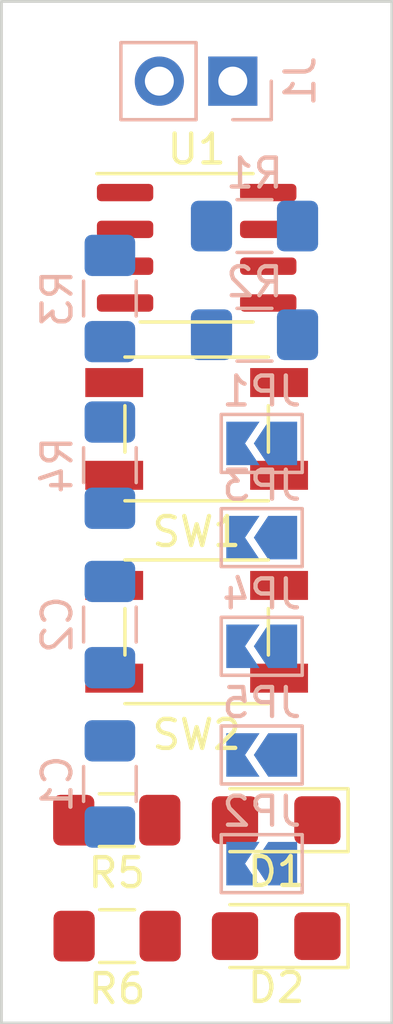
<source format=kicad_pcb>
(kicad_pcb (version 20171130) (host pcbnew "(5.1.6)-1")

  (general
    (thickness 1.6)
    (drawings 4)
    (tracks 0)
    (zones 0)
    (modules 19)
    (nets 14)
  )

  (page A4)
  (layers
    (0 F.Cu signal)
    (31 B.Cu signal hide)
    (32 B.Adhes user hide)
    (33 F.Adhes user hide)
    (34 B.Paste user hide)
    (35 F.Paste user)
    (36 B.SilkS user hide)
    (37 F.SilkS user)
    (38 B.Mask user hide)
    (39 F.Mask user)
    (40 Dwgs.User user hide)
    (41 Cmts.User user hide)
    (42 Eco1.User user hide)
    (43 Eco2.User user hide)
    (44 Edge.Cuts user)
    (45 Margin user hide)
    (46 B.CrtYd user hide)
    (47 F.CrtYd user)
    (48 B.Fab user hide)
    (49 F.Fab user)
  )

  (setup
    (last_trace_width 0.25)
    (trace_clearance 0.2)
    (zone_clearance 0.508)
    (zone_45_only no)
    (trace_min 0.2)
    (via_size 0.8)
    (via_drill 0.4)
    (via_min_size 0.4)
    (via_min_drill 0.3)
    (uvia_size 0.3)
    (uvia_drill 0.1)
    (uvias_allowed no)
    (uvia_min_size 0.2)
    (uvia_min_drill 0.1)
    (edge_width 0.05)
    (segment_width 0.2)
    (pcb_text_width 0.3)
    (pcb_text_size 1.5 1.5)
    (mod_edge_width 0.12)
    (mod_text_size 1 1)
    (mod_text_width 0.15)
    (pad_size 1.524 1.524)
    (pad_drill 0.762)
    (pad_to_mask_clearance 0.05)
    (aux_axis_origin 0 0)
    (visible_elements 7FFFFFFF)
    (pcbplotparams
      (layerselection 0x010fc_ffffffff)
      (usegerberextensions false)
      (usegerberattributes true)
      (usegerberadvancedattributes true)
      (creategerberjobfile true)
      (excludeedgelayer true)
      (linewidth 0.100000)
      (plotframeref false)
      (viasonmask false)
      (mode 1)
      (useauxorigin false)
      (hpglpennumber 1)
      (hpglpenspeed 20)
      (hpglpendiameter 15.000000)
      (psnegative false)
      (psa4output false)
      (plotreference true)
      (plotvalue true)
      (plotinvisibletext false)
      (padsonsilk false)
      (subtractmaskfromsilk false)
      (outputformat 1)
      (mirror false)
      (drillshape 1)
      (scaleselection 1)
      (outputdirectory ""))
  )

  (net 0 "")
  (net 1 GND)
  (net 2 "Net-(C1-Pad1)")
  (net 3 /TRIGGER)
  (net 4 "Net-(D1-Pad2)")
  (net 5 "Net-(D1-Pad1)")
  (net 6 "Net-(D2-Pad2)")
  (net 7 +5V)
  (net 8 "Net-(JP1-Pad1)")
  (net 9 "Net-(JP1-Pad2)")
  (net 10 "Net-(JP3-Pad1)")
  (net 11 "Net-(JP3-Pad2)")
  (net 12 "Net-(JP5-Pad1)")
  (net 13 "Net-(R2-Pad2)")

  (net_class Default "This is the default net class."
    (clearance 0.2)
    (trace_width 0.25)
    (via_dia 0.8)
    (via_drill 0.4)
    (uvia_dia 0.3)
    (uvia_drill 0.1)
    (add_net +5V)
    (add_net /TRIGGER)
    (add_net GND)
    (add_net "Net-(C1-Pad1)")
    (add_net "Net-(D1-Pad1)")
    (add_net "Net-(D1-Pad2)")
    (add_net "Net-(D2-Pad2)")
    (add_net "Net-(JP1-Pad1)")
    (add_net "Net-(JP1-Pad2)")
    (add_net "Net-(JP3-Pad1)")
    (add_net "Net-(JP3-Pad2)")
    (add_net "Net-(JP5-Pad1)")
    (add_net "Net-(R2-Pad2)")
  )

  (module Package_SO:SOIC-8_3.9x4.9mm_P1.27mm (layer F.Cu) (tedit 5D9F72B1) (tstamp 5F2FC403)
    (at 148.75 80.75)
    (descr "SOIC, 8 Pin (JEDEC MS-012AA, https://www.analog.com/media/en/package-pcb-resources/package/pkg_pdf/soic_narrow-r/r_8.pdf), generated with kicad-footprint-generator ipc_gullwing_generator.py")
    (tags "SOIC SO")
    (path /5F2779C2)
    (attr smd)
    (fp_text reference U1 (at 0 -3.4) (layer F.SilkS)
      (effects (font (size 1 1) (thickness 0.15)))
    )
    (fp_text value SA555D (at 0 3.4) (layer F.Fab)
      (effects (font (size 1 1) (thickness 0.15)))
    )
    (fp_line (start 3.7 -2.7) (end -3.7 -2.7) (layer F.CrtYd) (width 0.05))
    (fp_line (start 3.7 2.7) (end 3.7 -2.7) (layer F.CrtYd) (width 0.05))
    (fp_line (start -3.7 2.7) (end 3.7 2.7) (layer F.CrtYd) (width 0.05))
    (fp_line (start -3.7 -2.7) (end -3.7 2.7) (layer F.CrtYd) (width 0.05))
    (fp_line (start -1.95 -1.475) (end -0.975 -2.45) (layer F.Fab) (width 0.1))
    (fp_line (start -1.95 2.45) (end -1.95 -1.475) (layer F.Fab) (width 0.1))
    (fp_line (start 1.95 2.45) (end -1.95 2.45) (layer F.Fab) (width 0.1))
    (fp_line (start 1.95 -2.45) (end 1.95 2.45) (layer F.Fab) (width 0.1))
    (fp_line (start -0.975 -2.45) (end 1.95 -2.45) (layer F.Fab) (width 0.1))
    (fp_line (start 0 -2.56) (end -3.45 -2.56) (layer F.SilkS) (width 0.12))
    (fp_line (start 0 -2.56) (end 1.95 -2.56) (layer F.SilkS) (width 0.12))
    (fp_line (start 0 2.56) (end -1.95 2.56) (layer F.SilkS) (width 0.12))
    (fp_line (start 0 2.56) (end 1.95 2.56) (layer F.SilkS) (width 0.12))
    (fp_text user %R (at 0 0) (layer F.Fab)
      (effects (font (size 0.98 0.98) (thickness 0.15)))
    )
    (pad 8 smd roundrect (at 2.475 -1.905) (size 1.95 0.6) (layers F.Cu F.Paste F.Mask) (roundrect_rratio 0.25)
      (net 7 +5V))
    (pad 7 smd roundrect (at 2.475 -0.635) (size 1.95 0.6) (layers F.Cu F.Paste F.Mask) (roundrect_rratio 0.25)
      (net 10 "Net-(JP3-Pad1)"))
    (pad 6 smd roundrect (at 2.475 0.635) (size 1.95 0.6) (layers F.Cu F.Paste F.Mask) (roundrect_rratio 0.25)
      (net 12 "Net-(JP5-Pad1)"))
    (pad 5 smd roundrect (at 2.475 1.905) (size 1.95 0.6) (layers F.Cu F.Paste F.Mask) (roundrect_rratio 0.25)
      (net 2 "Net-(C1-Pad1)"))
    (pad 4 smd roundrect (at -2.475 1.905) (size 1.95 0.6) (layers F.Cu F.Paste F.Mask) (roundrect_rratio 0.25)
      (net 13 "Net-(R2-Pad2)"))
    (pad 3 smd roundrect (at -2.475 0.635) (size 1.95 0.6) (layers F.Cu F.Paste F.Mask) (roundrect_rratio 0.25)
      (net 5 "Net-(D1-Pad1)"))
    (pad 2 smd roundrect (at -2.475 -0.635) (size 1.95 0.6) (layers F.Cu F.Paste F.Mask) (roundrect_rratio 0.25)
      (net 8 "Net-(JP1-Pad1)"))
    (pad 1 smd roundrect (at -2.475 -1.905) (size 1.95 0.6) (layers F.Cu F.Paste F.Mask) (roundrect_rratio 0.25)
      (net 1 GND))
    (model ${KISYS3DMOD}/Package_SO.3dshapes/SOIC-8_3.9x4.9mm_P1.27mm.wrl
      (at (xyz 0 0 0))
      (scale (xyz 1 1 1))
      (rotate (xyz 0 0 0))
    )
  )

  (module electronics-555-timer-rev1-0:SW_SPST_PTS647 (layer F.Cu) (tedit 5F2F6727) (tstamp 5F2FC3E9)
    (at 148.75 94 180)
    (descr "C&K Components SPST SMD PTS645 Series 6mm Tact Switch")
    (tags "SPST Button Switch")
    (path /5F3230DA)
    (attr smd)
    (fp_text reference SW2 (at 0 -3.55) (layer F.SilkS)
      (effects (font (size 1 1) (thickness 0.15)))
    )
    (fp_text value SW_Push (at 0 3.65) (layer F.Fab)
      (effects (font (size 1 1) (thickness 0.15)))
    )
    (fp_line (start -2.25 -2.25) (end -2.25 2.25) (layer F.Fab) (width 0.1))
    (fp_line (start -2.25 2.25) (end 2.25 2.25) (layer F.Fab) (width 0.1))
    (fp_line (start 2.25 2.25) (end 2.25 -2.25) (layer F.Fab) (width 0.1))
    (fp_line (start 2.25 -2.25) (end -2.25 -2.25) (layer F.Fab) (width 0.1))
    (fp_line (start 4 2.8) (end 4 -2.8) (layer F.CrtYd) (width 0.05))
    (fp_line (start -4 -2.8) (end -4 2.8) (layer F.CrtYd) (width 0.05))
    (fp_line (start -4 2.8) (end 4 2.8) (layer F.CrtYd) (width 0.05))
    (fp_line (start -4 -2.8) (end 4 -2.8) (layer F.CrtYd) (width 0.05))
    (fp_line (start 2.48 -0.8) (end 2.48 0.8) (layer F.SilkS) (width 0.12))
    (fp_line (start -2.48 -2.48) (end 2.48 -2.48) (layer F.SilkS) (width 0.12))
    (fp_line (start -2.48 -0.8) (end -2.48 0.8) (layer F.SilkS) (width 0.12))
    (fp_line (start -2.48 2.48) (end 2.48 2.48) (layer F.SilkS) (width 0.12))
    (fp_circle (center 0 0) (end 1.4 0) (layer F.Fab) (width 0.1))
    (fp_text user %R (at 0 -3.55) (layer F.Fab)
      (effects (font (size 1 1) (thickness 0.15)))
    )
    (pad 2 smd rect (at 2.85 1.6 180) (size 2 1) (layers F.Cu F.Paste F.Mask)
      (net 13 "Net-(R2-Pad2)"))
    (pad 1 smd rect (at 2.85 -1.6 180) (size 2 1) (layers F.Cu F.Paste F.Mask)
      (net 1 GND))
    (pad 1 smd rect (at -2.85 -1.6 180) (size 2 1) (layers F.Cu F.Paste F.Mask)
      (net 1 GND))
    (pad 2 smd rect (at -2.85 1.6 180) (size 2 1) (layers F.Cu F.Paste F.Mask)
      (net 13 "Net-(R2-Pad2)"))
    (model ${KISYS3DMOD}/Button_Switch_SMD.3dshapes/SW_SPST_PTS645.wrl
      (at (xyz 0 0 0))
      (scale (xyz 1 1 1))
      (rotate (xyz 0 0 0))
    )
  )

  (module electronics-555-timer-rev1-0:SW_SPST_PTS647 (layer F.Cu) (tedit 5F2F6727) (tstamp 5F2FC5DA)
    (at 148.75 87 180)
    (descr "C&K Components SPST SMD PTS645 Series 6mm Tact Switch")
    (tags "SPST Button Switch")
    (path /5F320086)
    (attr smd)
    (fp_text reference SW1 (at 0 -3.55) (layer F.SilkS)
      (effects (font (size 1 1) (thickness 0.15)))
    )
    (fp_text value SW_Push (at 0 3.65) (layer F.Fab)
      (effects (font (size 1 1) (thickness 0.15)))
    )
    (fp_line (start -2.25 -2.25) (end -2.25 2.25) (layer F.Fab) (width 0.1))
    (fp_line (start -2.25 2.25) (end 2.25 2.25) (layer F.Fab) (width 0.1))
    (fp_line (start 2.25 2.25) (end 2.25 -2.25) (layer F.Fab) (width 0.1))
    (fp_line (start 2.25 -2.25) (end -2.25 -2.25) (layer F.Fab) (width 0.1))
    (fp_line (start 4 2.8) (end 4 -2.8) (layer F.CrtYd) (width 0.05))
    (fp_line (start -4 -2.8) (end -4 2.8) (layer F.CrtYd) (width 0.05))
    (fp_line (start -4 2.8) (end 4 2.8) (layer F.CrtYd) (width 0.05))
    (fp_line (start -4 -2.8) (end 4 -2.8) (layer F.CrtYd) (width 0.05))
    (fp_line (start 2.48 -0.8) (end 2.48 0.8) (layer F.SilkS) (width 0.12))
    (fp_line (start -2.48 -2.48) (end 2.48 -2.48) (layer F.SilkS) (width 0.12))
    (fp_line (start -2.48 -0.8) (end -2.48 0.8) (layer F.SilkS) (width 0.12))
    (fp_line (start -2.48 2.48) (end 2.48 2.48) (layer F.SilkS) (width 0.12))
    (fp_circle (center 0 0) (end 1.4 0) (layer F.Fab) (width 0.1))
    (fp_text user %R (at 0 -3.55) (layer F.Fab)
      (effects (font (size 1 1) (thickness 0.15)))
    )
    (pad 2 smd rect (at 2.85 1.6 180) (size 2 1) (layers F.Cu F.Paste F.Mask)
      (net 9 "Net-(JP1-Pad2)"))
    (pad 1 smd rect (at 2.85 -1.6 180) (size 2 1) (layers F.Cu F.Paste F.Mask)
      (net 1 GND))
    (pad 1 smd rect (at -2.85 -1.6 180) (size 2 1) (layers F.Cu F.Paste F.Mask)
      (net 1 GND))
    (pad 2 smd rect (at -2.85 1.6 180) (size 2 1) (layers F.Cu F.Paste F.Mask)
      (net 9 "Net-(JP1-Pad2)"))
    (model ${KISYS3DMOD}/Button_Switch_SMD.3dshapes/SW_SPST_PTS645.wrl
      (at (xyz 0 0 0))
      (scale (xyz 1 1 1))
      (rotate (xyz 0 0 0))
    )
  )

  (module Resistor_SMD:R_1206_3216Metric_Pad1.42x1.75mm_HandSolder (layer F.Cu) (tedit 5B301BBD) (tstamp 5F2FC3BD)
    (at 146 104.5 180)
    (descr "Resistor SMD 1206 (3216 Metric), square (rectangular) end terminal, IPC_7351 nominal with elongated pad for handsoldering. (Body size source: http://www.tortai-tech.com/upload/download/2011102023233369053.pdf), generated with kicad-footprint-generator")
    (tags "resistor handsolder")
    (path /5F27AC8F)
    (attr smd)
    (fp_text reference R6 (at 0 -1.82) (layer F.SilkS)
      (effects (font (size 1 1) (thickness 0.15)))
    )
    (fp_text value 220 (at 0 1.82) (layer F.Fab)
      (effects (font (size 1 1) (thickness 0.15)))
    )
    (fp_line (start 2.45 1.12) (end -2.45 1.12) (layer F.CrtYd) (width 0.05))
    (fp_line (start 2.45 -1.12) (end 2.45 1.12) (layer F.CrtYd) (width 0.05))
    (fp_line (start -2.45 -1.12) (end 2.45 -1.12) (layer F.CrtYd) (width 0.05))
    (fp_line (start -2.45 1.12) (end -2.45 -1.12) (layer F.CrtYd) (width 0.05))
    (fp_line (start -0.602064 0.91) (end 0.602064 0.91) (layer F.SilkS) (width 0.12))
    (fp_line (start -0.602064 -0.91) (end 0.602064 -0.91) (layer F.SilkS) (width 0.12))
    (fp_line (start 1.6 0.8) (end -1.6 0.8) (layer F.Fab) (width 0.1))
    (fp_line (start 1.6 -0.8) (end 1.6 0.8) (layer F.Fab) (width 0.1))
    (fp_line (start -1.6 -0.8) (end 1.6 -0.8) (layer F.Fab) (width 0.1))
    (fp_line (start -1.6 0.8) (end -1.6 -0.8) (layer F.Fab) (width 0.1))
    (fp_text user %R (at 0 0) (layer F.Fab)
      (effects (font (size 0.8 0.8) (thickness 0.12)))
    )
    (pad 2 smd roundrect (at 1.4875 0 180) (size 1.425 1.75) (layers F.Cu F.Paste F.Mask) (roundrect_rratio 0.175439)
      (net 6 "Net-(D2-Pad2)"))
    (pad 1 smd roundrect (at -1.4875 0 180) (size 1.425 1.75) (layers F.Cu F.Paste F.Mask) (roundrect_rratio 0.175439)
      (net 5 "Net-(D1-Pad1)"))
    (model ${KISYS3DMOD}/Resistor_SMD.3dshapes/R_1206_3216Metric.wrl
      (at (xyz 0 0 0))
      (scale (xyz 1 1 1))
      (rotate (xyz 0 0 0))
    )
  )

  (module Resistor_SMD:R_1206_3216Metric_Pad1.42x1.75mm_HandSolder (layer F.Cu) (tedit 5B301BBD) (tstamp 5F2FCA82)
    (at 145.9875 100.5 180)
    (descr "Resistor SMD 1206 (3216 Metric), square (rectangular) end terminal, IPC_7351 nominal with elongated pad for handsoldering. (Body size source: http://www.tortai-tech.com/upload/download/2011102023233369053.pdf), generated with kicad-footprint-generator")
    (tags "resistor handsolder")
    (path /5F2795B9)
    (attr smd)
    (fp_text reference R5 (at 0 -1.82) (layer F.SilkS)
      (effects (font (size 1 1) (thickness 0.15)))
    )
    (fp_text value 220 (at 0 1.82) (layer F.Fab)
      (effects (font (size 1 1) (thickness 0.15)))
    )
    (fp_line (start 2.45 1.12) (end -2.45 1.12) (layer F.CrtYd) (width 0.05))
    (fp_line (start 2.45 -1.12) (end 2.45 1.12) (layer F.CrtYd) (width 0.05))
    (fp_line (start -2.45 -1.12) (end 2.45 -1.12) (layer F.CrtYd) (width 0.05))
    (fp_line (start -2.45 1.12) (end -2.45 -1.12) (layer F.CrtYd) (width 0.05))
    (fp_line (start -0.602064 0.91) (end 0.602064 0.91) (layer F.SilkS) (width 0.12))
    (fp_line (start -0.602064 -0.91) (end 0.602064 -0.91) (layer F.SilkS) (width 0.12))
    (fp_line (start 1.6 0.8) (end -1.6 0.8) (layer F.Fab) (width 0.1))
    (fp_line (start 1.6 -0.8) (end 1.6 0.8) (layer F.Fab) (width 0.1))
    (fp_line (start -1.6 -0.8) (end 1.6 -0.8) (layer F.Fab) (width 0.1))
    (fp_line (start -1.6 0.8) (end -1.6 -0.8) (layer F.Fab) (width 0.1))
    (fp_text user %R (at 0 0) (layer F.Fab)
      (effects (font (size 0.8 0.8) (thickness 0.12)))
    )
    (pad 2 smd roundrect (at 1.4875 0 180) (size 1.425 1.75) (layers F.Cu F.Paste F.Mask) (roundrect_rratio 0.175439)
      (net 4 "Net-(D1-Pad2)"))
    (pad 1 smd roundrect (at -1.4875 0 180) (size 1.425 1.75) (layers F.Cu F.Paste F.Mask) (roundrect_rratio 0.175439)
      (net 7 +5V))
    (model ${KISYS3DMOD}/Resistor_SMD.3dshapes/R_1206_3216Metric.wrl
      (at (xyz 0 0 0))
      (scale (xyz 1 1 1))
      (rotate (xyz 0 0 0))
    )
  )

  (module Resistor_SMD:R_1206_3216Metric_Pad1.42x1.75mm_HandSolder (layer B.Cu) (tedit 5B301BBD) (tstamp 5F2FC39B)
    (at 145.75 88.25 270)
    (descr "Resistor SMD 1206 (3216 Metric), square (rectangular) end terminal, IPC_7351 nominal with elongated pad for handsoldering. (Body size source: http://www.tortai-tech.com/upload/download/2011102023233369053.pdf), generated with kicad-footprint-generator")
    (tags "resistor handsolder")
    (path /5F2822E7)
    (attr smd)
    (fp_text reference R4 (at 0 1.82 270) (layer B.SilkS)
      (effects (font (size 1 1) (thickness 0.15)) (justify mirror))
    )
    (fp_text value 1M (at 0 -1.82 270) (layer B.Fab)
      (effects (font (size 1 1) (thickness 0.15)) (justify mirror))
    )
    (fp_line (start 2.45 -1.12) (end -2.45 -1.12) (layer B.CrtYd) (width 0.05))
    (fp_line (start 2.45 1.12) (end 2.45 -1.12) (layer B.CrtYd) (width 0.05))
    (fp_line (start -2.45 1.12) (end 2.45 1.12) (layer B.CrtYd) (width 0.05))
    (fp_line (start -2.45 -1.12) (end -2.45 1.12) (layer B.CrtYd) (width 0.05))
    (fp_line (start -0.602064 -0.91) (end 0.602064 -0.91) (layer B.SilkS) (width 0.12))
    (fp_line (start -0.602064 0.91) (end 0.602064 0.91) (layer B.SilkS) (width 0.12))
    (fp_line (start 1.6 -0.8) (end -1.6 -0.8) (layer B.Fab) (width 0.1))
    (fp_line (start 1.6 0.8) (end 1.6 -0.8) (layer B.Fab) (width 0.1))
    (fp_line (start -1.6 0.8) (end 1.6 0.8) (layer B.Fab) (width 0.1))
    (fp_line (start -1.6 -0.8) (end -1.6 0.8) (layer B.Fab) (width 0.1))
    (fp_text user %R (at 0 0 270) (layer B.Fab)
      (effects (font (size 0.8 0.8) (thickness 0.12)) (justify mirror))
    )
    (pad 2 smd roundrect (at 1.4875 0 270) (size 1.425 1.75) (layers B.Cu B.Paste B.Mask) (roundrect_rratio 0.175439)
      (net 3 /TRIGGER))
    (pad 1 smd roundrect (at -1.4875 0 270) (size 1.425 1.75) (layers B.Cu B.Paste B.Mask) (roundrect_rratio 0.175439)
      (net 11 "Net-(JP3-Pad2)"))
    (model ${KISYS3DMOD}/Resistor_SMD.3dshapes/R_1206_3216Metric.wrl
      (at (xyz 0 0 0))
      (scale (xyz 1 1 1))
      (rotate (xyz 0 0 0))
    )
  )

  (module Resistor_SMD:R_1206_3216Metric_Pad1.42x1.75mm_HandSolder (layer B.Cu) (tedit 5B301BBD) (tstamp 5F2FC38A)
    (at 145.75 82.5 270)
    (descr "Resistor SMD 1206 (3216 Metric), square (rectangular) end terminal, IPC_7351 nominal with elongated pad for handsoldering. (Body size source: http://www.tortai-tech.com/upload/download/2011102023233369053.pdf), generated with kicad-footprint-generator")
    (tags "resistor handsolder")
    (path /5F27B1CD)
    (attr smd)
    (fp_text reference R3 (at 0 1.82 270) (layer B.SilkS)
      (effects (font (size 1 1) (thickness 0.15)) (justify mirror))
    )
    (fp_text value 220 (at 0 -1.82 270) (layer B.Fab)
      (effects (font (size 1 1) (thickness 0.15)) (justify mirror))
    )
    (fp_line (start 2.45 -1.12) (end -2.45 -1.12) (layer B.CrtYd) (width 0.05))
    (fp_line (start 2.45 1.12) (end 2.45 -1.12) (layer B.CrtYd) (width 0.05))
    (fp_line (start -2.45 1.12) (end 2.45 1.12) (layer B.CrtYd) (width 0.05))
    (fp_line (start -2.45 -1.12) (end -2.45 1.12) (layer B.CrtYd) (width 0.05))
    (fp_line (start -0.602064 -0.91) (end 0.602064 -0.91) (layer B.SilkS) (width 0.12))
    (fp_line (start -0.602064 0.91) (end 0.602064 0.91) (layer B.SilkS) (width 0.12))
    (fp_line (start 1.6 -0.8) (end -1.6 -0.8) (layer B.Fab) (width 0.1))
    (fp_line (start 1.6 0.8) (end 1.6 -0.8) (layer B.Fab) (width 0.1))
    (fp_line (start -1.6 0.8) (end 1.6 0.8) (layer B.Fab) (width 0.1))
    (fp_line (start -1.6 -0.8) (end -1.6 0.8) (layer B.Fab) (width 0.1))
    (fp_text user %R (at 0 0 270) (layer B.Fab)
      (effects (font (size 0.8 0.8) (thickness 0.12)) (justify mirror))
    )
    (pad 2 smd roundrect (at 1.4875 0 270) (size 1.425 1.75) (layers B.Cu B.Paste B.Mask) (roundrect_rratio 0.175439)
      (net 11 "Net-(JP3-Pad2)"))
    (pad 1 smd roundrect (at -1.4875 0 270) (size 1.425 1.75) (layers B.Cu B.Paste B.Mask) (roundrect_rratio 0.175439)
      (net 7 +5V))
    (model ${KISYS3DMOD}/Resistor_SMD.3dshapes/R_1206_3216Metric.wrl
      (at (xyz 0 0 0))
      (scale (xyz 1 1 1))
      (rotate (xyz 0 0 0))
    )
  )

  (module Resistor_SMD:R_1206_3216Metric_Pad1.42x1.75mm_HandSolder (layer B.Cu) (tedit 5B301BBD) (tstamp 5F2FC379)
    (at 150.75 83.75 180)
    (descr "Resistor SMD 1206 (3216 Metric), square (rectangular) end terminal, IPC_7351 nominal with elongated pad for handsoldering. (Body size source: http://www.tortai-tech.com/upload/download/2011102023233369053.pdf), generated with kicad-footprint-generator")
    (tags "resistor handsolder")
    (path /5F2D3863)
    (attr smd)
    (fp_text reference R2 (at 0 1.82 180) (layer B.SilkS)
      (effects (font (size 1 1) (thickness 0.15)) (justify mirror))
    )
    (fp_text value 220 (at 0 -1.82 180) (layer B.Fab)
      (effects (font (size 1 1) (thickness 0.15)) (justify mirror))
    )
    (fp_line (start 2.45 -1.12) (end -2.45 -1.12) (layer B.CrtYd) (width 0.05))
    (fp_line (start 2.45 1.12) (end 2.45 -1.12) (layer B.CrtYd) (width 0.05))
    (fp_line (start -2.45 1.12) (end 2.45 1.12) (layer B.CrtYd) (width 0.05))
    (fp_line (start -2.45 -1.12) (end -2.45 1.12) (layer B.CrtYd) (width 0.05))
    (fp_line (start -0.602064 -0.91) (end 0.602064 -0.91) (layer B.SilkS) (width 0.12))
    (fp_line (start -0.602064 0.91) (end 0.602064 0.91) (layer B.SilkS) (width 0.12))
    (fp_line (start 1.6 -0.8) (end -1.6 -0.8) (layer B.Fab) (width 0.1))
    (fp_line (start 1.6 0.8) (end 1.6 -0.8) (layer B.Fab) (width 0.1))
    (fp_line (start -1.6 0.8) (end 1.6 0.8) (layer B.Fab) (width 0.1))
    (fp_line (start -1.6 -0.8) (end -1.6 0.8) (layer B.Fab) (width 0.1))
    (fp_text user %R (at 0 0 180) (layer B.Fab)
      (effects (font (size 0.8 0.8) (thickness 0.12)) (justify mirror))
    )
    (pad 2 smd roundrect (at 1.4875 0 180) (size 1.425 1.75) (layers B.Cu B.Paste B.Mask) (roundrect_rratio 0.175439)
      (net 13 "Net-(R2-Pad2)"))
    (pad 1 smd roundrect (at -1.4875 0 180) (size 1.425 1.75) (layers B.Cu B.Paste B.Mask) (roundrect_rratio 0.175439)
      (net 7 +5V))
    (model ${KISYS3DMOD}/Resistor_SMD.3dshapes/R_1206_3216Metric.wrl
      (at (xyz 0 0 0))
      (scale (xyz 1 1 1))
      (rotate (xyz 0 0 0))
    )
  )

  (module Resistor_SMD:R_1206_3216Metric_Pad1.42x1.75mm_HandSolder (layer B.Cu) (tedit 5B301BBD) (tstamp 5F2FC795)
    (at 150.75 80 180)
    (descr "Resistor SMD 1206 (3216 Metric), square (rectangular) end terminal, IPC_7351 nominal with elongated pad for handsoldering. (Body size source: http://www.tortai-tech.com/upload/download/2011102023233369053.pdf), generated with kicad-footprint-generator")
    (tags "resistor handsolder")
    (path /5F2E1BC2)
    (attr smd)
    (fp_text reference R1 (at 0 1.82) (layer B.SilkS)
      (effects (font (size 1 1) (thickness 0.15)) (justify mirror))
    )
    (fp_text value 220 (at 0 -1.82) (layer B.Fab)
      (effects (font (size 1 1) (thickness 0.15)) (justify mirror))
    )
    (fp_line (start 2.45 -1.12) (end -2.45 -1.12) (layer B.CrtYd) (width 0.05))
    (fp_line (start 2.45 1.12) (end 2.45 -1.12) (layer B.CrtYd) (width 0.05))
    (fp_line (start -2.45 1.12) (end 2.45 1.12) (layer B.CrtYd) (width 0.05))
    (fp_line (start -2.45 -1.12) (end -2.45 1.12) (layer B.CrtYd) (width 0.05))
    (fp_line (start -0.602064 -0.91) (end 0.602064 -0.91) (layer B.SilkS) (width 0.12))
    (fp_line (start -0.602064 0.91) (end 0.602064 0.91) (layer B.SilkS) (width 0.12))
    (fp_line (start 1.6 -0.8) (end -1.6 -0.8) (layer B.Fab) (width 0.1))
    (fp_line (start 1.6 0.8) (end 1.6 -0.8) (layer B.Fab) (width 0.1))
    (fp_line (start -1.6 0.8) (end 1.6 0.8) (layer B.Fab) (width 0.1))
    (fp_line (start -1.6 -0.8) (end -1.6 0.8) (layer B.Fab) (width 0.1))
    (fp_text user %R (at 0 0) (layer B.Fab)
      (effects (font (size 0.8 0.8) (thickness 0.12)) (justify mirror))
    )
    (pad 2 smd roundrect (at 1.4875 0 180) (size 1.425 1.75) (layers B.Cu B.Paste B.Mask) (roundrect_rratio 0.175439)
      (net 9 "Net-(JP1-Pad2)"))
    (pad 1 smd roundrect (at -1.4875 0 180) (size 1.425 1.75) (layers B.Cu B.Paste B.Mask) (roundrect_rratio 0.175439)
      (net 7 +5V))
    (model ${KISYS3DMOD}/Resistor_SMD.3dshapes/R_1206_3216Metric.wrl
      (at (xyz 0 0 0))
      (scale (xyz 1 1 1))
      (rotate (xyz 0 0 0))
    )
  )

  (module Jumper:SolderJumper-2_P1.3mm_Open_TrianglePad1.0x1.5mm (layer B.Cu) (tedit 5A64794F) (tstamp 5F2FC357)
    (at 151 98.25 180)
    (descr "SMD Solder Jumper, 1x1.5mm Triangular Pads, 0.3mm gap, open")
    (tags "solder jumper open")
    (path /5F3182F6)
    (attr virtual)
    (fp_text reference JP5 (at 0 1.8) (layer B.SilkS)
      (effects (font (size 1 1) (thickness 0.15)) (justify mirror))
    )
    (fp_text value SolderJumper_2_Open (at 0 -1.9) (layer B.Fab)
      (effects (font (size 1 1) (thickness 0.15)) (justify mirror))
    )
    (fp_line (start 1.65 -1.25) (end -1.65 -1.25) (layer B.CrtYd) (width 0.05))
    (fp_line (start 1.65 -1.25) (end 1.65 1.25) (layer B.CrtYd) (width 0.05))
    (fp_line (start -1.65 1.25) (end -1.65 -1.25) (layer B.CrtYd) (width 0.05))
    (fp_line (start -1.65 1.25) (end 1.65 1.25) (layer B.CrtYd) (width 0.05))
    (fp_line (start -1.4 1) (end 1.4 1) (layer B.SilkS) (width 0.12))
    (fp_line (start 1.4 1) (end 1.4 -1) (layer B.SilkS) (width 0.12))
    (fp_line (start 1.4 -1) (end -1.4 -1) (layer B.SilkS) (width 0.12))
    (fp_line (start -1.4 -1) (end -1.4 1) (layer B.SilkS) (width 0.12))
    (pad 1 smd custom (at -0.725 0 180) (size 0.3 0.3) (layers B.Cu B.Mask)
      (net 12 "Net-(JP5-Pad1)") (zone_connect 2)
      (options (clearance outline) (anchor rect))
      (primitives
        (gr_poly (pts
           (xy -0.5 0.75) (xy 0.5 0.75) (xy 1 0) (xy 0.5 -0.75) (xy -0.5 -0.75)
) (width 0))
      ))
    (pad 2 smd custom (at 0.725 0 180) (size 0.3 0.3) (layers B.Cu B.Mask)
      (net 3 /TRIGGER) (zone_connect 2)
      (options (clearance outline) (anchor rect))
      (primitives
        (gr_poly (pts
           (xy -0.65 0.75) (xy 0.5 0.75) (xy 0.5 -0.75) (xy -0.65 -0.75) (xy -0.15 0)
) (width 0))
      ))
  )

  (module Jumper:SolderJumper-2_P1.3mm_Open_TrianglePad1.0x1.5mm (layer B.Cu) (tedit 5A64794F) (tstamp 5F2FC349)
    (at 151 94.5 180)
    (descr "SMD Solder Jumper, 1x1.5mm Triangular Pads, 0.3mm gap, open")
    (tags "solder jumper open")
    (path /5F2FCB39)
    (attr virtual)
    (fp_text reference JP4 (at 0 1.8) (layer B.SilkS)
      (effects (font (size 1 1) (thickness 0.15)) (justify mirror))
    )
    (fp_text value SolderJumper_2_Open (at 0 -1.9) (layer B.Fab)
      (effects (font (size 1 1) (thickness 0.15)) (justify mirror))
    )
    (fp_line (start 1.65 -1.25) (end -1.65 -1.25) (layer B.CrtYd) (width 0.05))
    (fp_line (start 1.65 -1.25) (end 1.65 1.25) (layer B.CrtYd) (width 0.05))
    (fp_line (start -1.65 1.25) (end -1.65 -1.25) (layer B.CrtYd) (width 0.05))
    (fp_line (start -1.65 1.25) (end 1.65 1.25) (layer B.CrtYd) (width 0.05))
    (fp_line (start -1.4 1) (end 1.4 1) (layer B.SilkS) (width 0.12))
    (fp_line (start 1.4 1) (end 1.4 -1) (layer B.SilkS) (width 0.12))
    (fp_line (start 1.4 -1) (end -1.4 -1) (layer B.SilkS) (width 0.12))
    (fp_line (start -1.4 -1) (end -1.4 1) (layer B.SilkS) (width 0.12))
    (pad 1 smd custom (at -0.725 0 180) (size 0.3 0.3) (layers B.Cu B.Mask)
      (net 10 "Net-(JP3-Pad1)") (zone_connect 2)
      (options (clearance outline) (anchor rect))
      (primitives
        (gr_poly (pts
           (xy -0.5 0.75) (xy 0.5 0.75) (xy 1 0) (xy 0.5 -0.75) (xy -0.5 -0.75)
) (width 0))
      ))
    (pad 2 smd custom (at 0.725 0 180) (size 0.3 0.3) (layers B.Cu B.Mask)
      (net 3 /TRIGGER) (zone_connect 2)
      (options (clearance outline) (anchor rect))
      (primitives
        (gr_poly (pts
           (xy -0.65 0.75) (xy 0.5 0.75) (xy 0.5 -0.75) (xy -0.65 -0.75) (xy -0.15 0)
) (width 0))
      ))
  )

  (module Jumper:SolderJumper-2_P1.3mm_Open_TrianglePad1.0x1.5mm (layer B.Cu) (tedit 5A64794F) (tstamp 5F2FC33B)
    (at 151 90.75 180)
    (descr "SMD Solder Jumper, 1x1.5mm Triangular Pads, 0.3mm gap, open")
    (tags "solder jumper open")
    (path /5F2FC22B)
    (attr virtual)
    (fp_text reference JP3 (at 0 1.8) (layer B.SilkS)
      (effects (font (size 1 1) (thickness 0.15)) (justify mirror))
    )
    (fp_text value SolderJumper_2_Open (at 0 -1.9) (layer B.Fab)
      (effects (font (size 1 1) (thickness 0.15)) (justify mirror))
    )
    (fp_line (start 1.65 -1.25) (end -1.65 -1.25) (layer B.CrtYd) (width 0.05))
    (fp_line (start 1.65 -1.25) (end 1.65 1.25) (layer B.CrtYd) (width 0.05))
    (fp_line (start -1.65 1.25) (end -1.65 -1.25) (layer B.CrtYd) (width 0.05))
    (fp_line (start -1.65 1.25) (end 1.65 1.25) (layer B.CrtYd) (width 0.05))
    (fp_line (start -1.4 1) (end 1.4 1) (layer B.SilkS) (width 0.12))
    (fp_line (start 1.4 1) (end 1.4 -1) (layer B.SilkS) (width 0.12))
    (fp_line (start 1.4 -1) (end -1.4 -1) (layer B.SilkS) (width 0.12))
    (fp_line (start -1.4 -1) (end -1.4 1) (layer B.SilkS) (width 0.12))
    (pad 1 smd custom (at -0.725 0 180) (size 0.3 0.3) (layers B.Cu B.Mask)
      (net 10 "Net-(JP3-Pad1)") (zone_connect 2)
      (options (clearance outline) (anchor rect))
      (primitives
        (gr_poly (pts
           (xy -0.5 0.75) (xy 0.5 0.75) (xy 1 0) (xy 0.5 -0.75) (xy -0.5 -0.75)
) (width 0))
      ))
    (pad 2 smd custom (at 0.725 0 180) (size 0.3 0.3) (layers B.Cu B.Mask)
      (net 11 "Net-(JP3-Pad2)") (zone_connect 2)
      (options (clearance outline) (anchor rect))
      (primitives
        (gr_poly (pts
           (xy -0.65 0.75) (xy 0.5 0.75) (xy 0.5 -0.75) (xy -0.65 -0.75) (xy -0.15 0)
) (width 0))
      ))
  )

  (module Jumper:SolderJumper-2_P1.3mm_Open_TrianglePad1.0x1.5mm (layer B.Cu) (tedit 5A64794F) (tstamp 5F2FC32D)
    (at 151 102 180)
    (descr "SMD Solder Jumper, 1x1.5mm Triangular Pads, 0.3mm gap, open")
    (tags "solder jumper open")
    (path /5F2E91E4)
    (attr virtual)
    (fp_text reference JP2 (at 0 1.8) (layer B.SilkS)
      (effects (font (size 1 1) (thickness 0.15)) (justify mirror))
    )
    (fp_text value SolderJumper_2_Open (at 0 -1.9) (layer B.Fab)
      (effects (font (size 1 1) (thickness 0.15)) (justify mirror))
    )
    (fp_line (start 1.65 -1.25) (end -1.65 -1.25) (layer B.CrtYd) (width 0.05))
    (fp_line (start 1.65 -1.25) (end 1.65 1.25) (layer B.CrtYd) (width 0.05))
    (fp_line (start -1.65 1.25) (end -1.65 -1.25) (layer B.CrtYd) (width 0.05))
    (fp_line (start -1.65 1.25) (end 1.65 1.25) (layer B.CrtYd) (width 0.05))
    (fp_line (start -1.4 1) (end 1.4 1) (layer B.SilkS) (width 0.12))
    (fp_line (start 1.4 1) (end 1.4 -1) (layer B.SilkS) (width 0.12))
    (fp_line (start 1.4 -1) (end -1.4 -1) (layer B.SilkS) (width 0.12))
    (fp_line (start -1.4 -1) (end -1.4 1) (layer B.SilkS) (width 0.12))
    (pad 1 smd custom (at -0.725 0 180) (size 0.3 0.3) (layers B.Cu B.Mask)
      (net 8 "Net-(JP1-Pad1)") (zone_connect 2)
      (options (clearance outline) (anchor rect))
      (primitives
        (gr_poly (pts
           (xy -0.5 0.75) (xy 0.5 0.75) (xy 1 0) (xy 0.5 -0.75) (xy -0.5 -0.75)
) (width 0))
      ))
    (pad 2 smd custom (at 0.725 0 180) (size 0.3 0.3) (layers B.Cu B.Mask)
      (net 3 /TRIGGER) (zone_connect 2)
      (options (clearance outline) (anchor rect))
      (primitives
        (gr_poly (pts
           (xy -0.65 0.75) (xy 0.5 0.75) (xy 0.5 -0.75) (xy -0.65 -0.75) (xy -0.15 0)
) (width 0))
      ))
  )

  (module Jumper:SolderJumper-2_P1.3mm_Open_TrianglePad1.0x1.5mm (layer B.Cu) (tedit 5A64794F) (tstamp 5F2FC31F)
    (at 151 87.5 180)
    (descr "SMD Solder Jumper, 1x1.5mm Triangular Pads, 0.3mm gap, open")
    (tags "solder jumper open")
    (path /5F2E496D)
    (attr virtual)
    (fp_text reference JP1 (at 0 1.8) (layer B.SilkS)
      (effects (font (size 1 1) (thickness 0.15)) (justify mirror))
    )
    (fp_text value SolderJumper_2_Open (at 0 -1.9) (layer B.Fab)
      (effects (font (size 1 1) (thickness 0.15)) (justify mirror))
    )
    (fp_line (start 1.65 -1.25) (end -1.65 -1.25) (layer B.CrtYd) (width 0.05))
    (fp_line (start 1.65 -1.25) (end 1.65 1.25) (layer B.CrtYd) (width 0.05))
    (fp_line (start -1.65 1.25) (end -1.65 -1.25) (layer B.CrtYd) (width 0.05))
    (fp_line (start -1.65 1.25) (end 1.65 1.25) (layer B.CrtYd) (width 0.05))
    (fp_line (start -1.4 1) (end 1.4 1) (layer B.SilkS) (width 0.12))
    (fp_line (start 1.4 1) (end 1.4 -1) (layer B.SilkS) (width 0.12))
    (fp_line (start 1.4 -1) (end -1.4 -1) (layer B.SilkS) (width 0.12))
    (fp_line (start -1.4 -1) (end -1.4 1) (layer B.SilkS) (width 0.12))
    (pad 1 smd custom (at -0.725 0 180) (size 0.3 0.3) (layers B.Cu B.Mask)
      (net 8 "Net-(JP1-Pad1)") (zone_connect 2)
      (options (clearance outline) (anchor rect))
      (primitives
        (gr_poly (pts
           (xy -0.5 0.75) (xy 0.5 0.75) (xy 1 0) (xy 0.5 -0.75) (xy -0.5 -0.75)
) (width 0))
      ))
    (pad 2 smd custom (at 0.725 0 180) (size 0.3 0.3) (layers B.Cu B.Mask)
      (net 9 "Net-(JP1-Pad2)") (zone_connect 2)
      (options (clearance outline) (anchor rect))
      (primitives
        (gr_poly (pts
           (xy -0.65 0.75) (xy 0.5 0.75) (xy 0.5 -0.75) (xy -0.65 -0.75) (xy -0.15 0)
) (width 0))
      ))
  )

  (module Connector_PinHeader_2.54mm:PinHeader_1x02_P2.54mm_Vertical (layer B.Cu) (tedit 59FED5CC) (tstamp 5F2FC311)
    (at 150 75 90)
    (descr "Through hole straight pin header, 1x02, 2.54mm pitch, single row")
    (tags "Through hole pin header THT 1x02 2.54mm single row")
    (path /5F2FB705)
    (fp_text reference J1 (at 0 2.33 90) (layer B.SilkS)
      (effects (font (size 1 1) (thickness 0.15)) (justify mirror))
    )
    (fp_text value Conn_01x02_Male (at 0 -4.87 90) (layer B.Fab)
      (effects (font (size 1 1) (thickness 0.15)) (justify mirror))
    )
    (fp_line (start 1.8 1.8) (end -1.8 1.8) (layer B.CrtYd) (width 0.05))
    (fp_line (start 1.8 -4.35) (end 1.8 1.8) (layer B.CrtYd) (width 0.05))
    (fp_line (start -1.8 -4.35) (end 1.8 -4.35) (layer B.CrtYd) (width 0.05))
    (fp_line (start -1.8 1.8) (end -1.8 -4.35) (layer B.CrtYd) (width 0.05))
    (fp_line (start -1.33 1.33) (end 0 1.33) (layer B.SilkS) (width 0.12))
    (fp_line (start -1.33 0) (end -1.33 1.33) (layer B.SilkS) (width 0.12))
    (fp_line (start -1.33 -1.27) (end 1.33 -1.27) (layer B.SilkS) (width 0.12))
    (fp_line (start 1.33 -1.27) (end 1.33 -3.87) (layer B.SilkS) (width 0.12))
    (fp_line (start -1.33 -1.27) (end -1.33 -3.87) (layer B.SilkS) (width 0.12))
    (fp_line (start -1.33 -3.87) (end 1.33 -3.87) (layer B.SilkS) (width 0.12))
    (fp_line (start -1.27 0.635) (end -0.635 1.27) (layer B.Fab) (width 0.1))
    (fp_line (start -1.27 -3.81) (end -1.27 0.635) (layer B.Fab) (width 0.1))
    (fp_line (start 1.27 -3.81) (end -1.27 -3.81) (layer B.Fab) (width 0.1))
    (fp_line (start 1.27 1.27) (end 1.27 -3.81) (layer B.Fab) (width 0.1))
    (fp_line (start -0.635 1.27) (end 1.27 1.27) (layer B.Fab) (width 0.1))
    (fp_text user %R (at 0 -1.27 180) (layer B.Fab)
      (effects (font (size 1 1) (thickness 0.15)) (justify mirror))
    )
    (pad 2 thru_hole oval (at 0 -2.54 90) (size 1.7 1.7) (drill 1) (layers *.Cu *.Mask)
      (net 1 GND))
    (pad 1 thru_hole rect (at 0 0 90) (size 1.7 1.7) (drill 1) (layers *.Cu *.Mask)
      (net 7 +5V))
    (model ${KISYS3DMOD}/Connector_PinHeader_2.54mm.3dshapes/PinHeader_1x02_P2.54mm_Vertical.wrl
      (at (xyz 0 0 0))
      (scale (xyz 1 1 1))
      (rotate (xyz 0 0 0))
    )
  )

  (module LED_SMD:LED_1206_3216Metric_Castellated (layer F.Cu) (tedit 5B301BBE) (tstamp 5F2FC2FB)
    (at 151.5 104.5 180)
    (descr "LED SMD 1206 (3216 Metric), castellated end terminal, IPC_7351 nominal, (Body size source: http://www.tortai-tech.com/upload/download/2011102023233369053.pdf), generated with kicad-footprint-generator")
    (tags "LED castellated")
    (path /5F280331)
    (attr smd)
    (fp_text reference D2 (at 0 -1.78) (layer F.SilkS)
      (effects (font (size 1 1) (thickness 0.15)))
    )
    (fp_text value LED (at 0 1.78) (layer F.Fab)
      (effects (font (size 1 1) (thickness 0.15)))
    )
    (fp_line (start 2.48 1.08) (end -2.48 1.08) (layer F.CrtYd) (width 0.05))
    (fp_line (start 2.48 -1.08) (end 2.48 1.08) (layer F.CrtYd) (width 0.05))
    (fp_line (start -2.48 -1.08) (end 2.48 -1.08) (layer F.CrtYd) (width 0.05))
    (fp_line (start -2.48 1.08) (end -2.48 -1.08) (layer F.CrtYd) (width 0.05))
    (fp_line (start -2.485 1.085) (end 1.6 1.085) (layer F.SilkS) (width 0.12))
    (fp_line (start -2.485 -1.085) (end -2.485 1.085) (layer F.SilkS) (width 0.12))
    (fp_line (start 1.6 -1.085) (end -2.485 -1.085) (layer F.SilkS) (width 0.12))
    (fp_line (start 1.6 0.8) (end 1.6 -0.8) (layer F.Fab) (width 0.1))
    (fp_line (start -1.6 0.8) (end 1.6 0.8) (layer F.Fab) (width 0.1))
    (fp_line (start -1.6 -0.4) (end -1.6 0.8) (layer F.Fab) (width 0.1))
    (fp_line (start -1.2 -0.8) (end -1.6 -0.4) (layer F.Fab) (width 0.1))
    (fp_line (start 1.6 -0.8) (end -1.2 -0.8) (layer F.Fab) (width 0.1))
    (fp_text user %R (at 0 0) (layer F.Fab)
      (effects (font (size 0.8 0.8) (thickness 0.12)))
    )
    (pad 2 smd roundrect (at 1.425 0 180) (size 1.6 1.65) (layers F.Cu F.Paste F.Mask) (roundrect_rratio 0.15625)
      (net 6 "Net-(D2-Pad2)"))
    (pad 1 smd roundrect (at -1.425 0 180) (size 1.6 1.65) (layers F.Cu F.Paste F.Mask) (roundrect_rratio 0.15625)
      (net 1 GND))
    (model ${KISYS3DMOD}/LED_SMD.3dshapes/LED_1206_3216Metric_Castellated.wrl
      (at (xyz 0 0 0))
      (scale (xyz 1 1 1))
      (rotate (xyz 0 0 0))
    )
  )

  (module LED_SMD:LED_1206_3216Metric_Castellated (layer F.Cu) (tedit 5B301BBE) (tstamp 5F2FC2E8)
    (at 151.5 100.5 180)
    (descr "LED SMD 1206 (3216 Metric), castellated end terminal, IPC_7351 nominal, (Body size source: http://www.tortai-tech.com/upload/download/2011102023233369053.pdf), generated with kicad-footprint-generator")
    (tags "LED castellated")
    (path /5F27F20D)
    (attr smd)
    (fp_text reference D1 (at 0 -1.78) (layer F.SilkS)
      (effects (font (size 1 1) (thickness 0.15)))
    )
    (fp_text value LED (at 0 1.78) (layer F.Fab)
      (effects (font (size 1 1) (thickness 0.15)))
    )
    (fp_line (start 2.48 1.08) (end -2.48 1.08) (layer F.CrtYd) (width 0.05))
    (fp_line (start 2.48 -1.08) (end 2.48 1.08) (layer F.CrtYd) (width 0.05))
    (fp_line (start -2.48 -1.08) (end 2.48 -1.08) (layer F.CrtYd) (width 0.05))
    (fp_line (start -2.48 1.08) (end -2.48 -1.08) (layer F.CrtYd) (width 0.05))
    (fp_line (start -2.485 1.085) (end 1.6 1.085) (layer F.SilkS) (width 0.12))
    (fp_line (start -2.485 -1.085) (end -2.485 1.085) (layer F.SilkS) (width 0.12))
    (fp_line (start 1.6 -1.085) (end -2.485 -1.085) (layer F.SilkS) (width 0.12))
    (fp_line (start 1.6 0.8) (end 1.6 -0.8) (layer F.Fab) (width 0.1))
    (fp_line (start -1.6 0.8) (end 1.6 0.8) (layer F.Fab) (width 0.1))
    (fp_line (start -1.6 -0.4) (end -1.6 0.8) (layer F.Fab) (width 0.1))
    (fp_line (start -1.2 -0.8) (end -1.6 -0.4) (layer F.Fab) (width 0.1))
    (fp_line (start 1.6 -0.8) (end -1.2 -0.8) (layer F.Fab) (width 0.1))
    (fp_text user %R (at 0 0) (layer F.Fab)
      (effects (font (size 0.8 0.8) (thickness 0.12)))
    )
    (pad 2 smd roundrect (at 1.425 0 180) (size 1.6 1.65) (layers F.Cu F.Paste F.Mask) (roundrect_rratio 0.15625)
      (net 4 "Net-(D1-Pad2)"))
    (pad 1 smd roundrect (at -1.425 0 180) (size 1.6 1.65) (layers F.Cu F.Paste F.Mask) (roundrect_rratio 0.15625)
      (net 5 "Net-(D1-Pad1)"))
    (model ${KISYS3DMOD}/LED_SMD.3dshapes/LED_1206_3216Metric_Castellated.wrl
      (at (xyz 0 0 0))
      (scale (xyz 1 1 1))
      (rotate (xyz 0 0 0))
    )
  )

  (module Capacitor_SMD:C_1206_3216Metric_Pad1.42x1.75mm_HandSolder (layer B.Cu) (tedit 5B301BBE) (tstamp 5F2FC2D5)
    (at 145.75 93.75 270)
    (descr "Capacitor SMD 1206 (3216 Metric), square (rectangular) end terminal, IPC_7351 nominal with elongated pad for handsoldering. (Body size source: http://www.tortai-tech.com/upload/download/2011102023233369053.pdf), generated with kicad-footprint-generator")
    (tags "capacitor handsolder")
    (path /5F27C28F)
    (attr smd)
    (fp_text reference C2 (at 0 1.82 270) (layer B.SilkS)
      (effects (font (size 1 1) (thickness 0.15)) (justify mirror))
    )
    (fp_text value 1uF (at 0 -1.82 270) (layer B.Fab)
      (effects (font (size 1 1) (thickness 0.15)) (justify mirror))
    )
    (fp_line (start 2.45 -1.12) (end -2.45 -1.12) (layer B.CrtYd) (width 0.05))
    (fp_line (start 2.45 1.12) (end 2.45 -1.12) (layer B.CrtYd) (width 0.05))
    (fp_line (start -2.45 1.12) (end 2.45 1.12) (layer B.CrtYd) (width 0.05))
    (fp_line (start -2.45 -1.12) (end -2.45 1.12) (layer B.CrtYd) (width 0.05))
    (fp_line (start -0.602064 -0.91) (end 0.602064 -0.91) (layer B.SilkS) (width 0.12))
    (fp_line (start -0.602064 0.91) (end 0.602064 0.91) (layer B.SilkS) (width 0.12))
    (fp_line (start 1.6 -0.8) (end -1.6 -0.8) (layer B.Fab) (width 0.1))
    (fp_line (start 1.6 0.8) (end 1.6 -0.8) (layer B.Fab) (width 0.1))
    (fp_line (start -1.6 0.8) (end 1.6 0.8) (layer B.Fab) (width 0.1))
    (fp_line (start -1.6 -0.8) (end -1.6 0.8) (layer B.Fab) (width 0.1))
    (fp_text user %R (at 0 0 270) (layer B.Fab)
      (effects (font (size 0.8 0.8) (thickness 0.12)) (justify mirror))
    )
    (pad 2 smd roundrect (at 1.4875 0 270) (size 1.425 1.75) (layers B.Cu B.Paste B.Mask) (roundrect_rratio 0.175439)
      (net 1 GND))
    (pad 1 smd roundrect (at -1.4875 0 270) (size 1.425 1.75) (layers B.Cu B.Paste B.Mask) (roundrect_rratio 0.175439)
      (net 3 /TRIGGER))
    (model ${KISYS3DMOD}/Capacitor_SMD.3dshapes/C_1206_3216Metric.wrl
      (at (xyz 0 0 0))
      (scale (xyz 1 1 1))
      (rotate (xyz 0 0 0))
    )
  )

  (module Capacitor_SMD:C_1206_3216Metric_Pad1.42x1.75mm_HandSolder (layer B.Cu) (tedit 5B301BBE) (tstamp 5F2FC2C4)
    (at 145.75 99.25 270)
    (descr "Capacitor SMD 1206 (3216 Metric), square (rectangular) end terminal, IPC_7351 nominal with elongated pad for handsoldering. (Body size source: http://www.tortai-tech.com/upload/download/2011102023233369053.pdf), generated with kicad-footprint-generator")
    (tags "capacitor handsolder")
    (path /5F27D81E)
    (attr smd)
    (fp_text reference C1 (at 0 1.82 90) (layer B.SilkS)
      (effects (font (size 1 1) (thickness 0.15)) (justify mirror))
    )
    (fp_text value 100pF (at 0 -1.82 90) (layer B.Fab)
      (effects (font (size 1 1) (thickness 0.15)) (justify mirror))
    )
    (fp_line (start 2.45 -1.12) (end -2.45 -1.12) (layer B.CrtYd) (width 0.05))
    (fp_line (start 2.45 1.12) (end 2.45 -1.12) (layer B.CrtYd) (width 0.05))
    (fp_line (start -2.45 1.12) (end 2.45 1.12) (layer B.CrtYd) (width 0.05))
    (fp_line (start -2.45 -1.12) (end -2.45 1.12) (layer B.CrtYd) (width 0.05))
    (fp_line (start -0.602064 -0.91) (end 0.602064 -0.91) (layer B.SilkS) (width 0.12))
    (fp_line (start -0.602064 0.91) (end 0.602064 0.91) (layer B.SilkS) (width 0.12))
    (fp_line (start 1.6 -0.8) (end -1.6 -0.8) (layer B.Fab) (width 0.1))
    (fp_line (start 1.6 0.8) (end 1.6 -0.8) (layer B.Fab) (width 0.1))
    (fp_line (start -1.6 0.8) (end 1.6 0.8) (layer B.Fab) (width 0.1))
    (fp_line (start -1.6 -0.8) (end -1.6 0.8) (layer B.Fab) (width 0.1))
    (fp_text user %R (at 0 0 90) (layer B.Fab)
      (effects (font (size 0.8 0.8) (thickness 0.12)) (justify mirror))
    )
    (pad 2 smd roundrect (at 1.4875 0 270) (size 1.425 1.75) (layers B.Cu B.Paste B.Mask) (roundrect_rratio 0.175439)
      (net 1 GND))
    (pad 1 smd roundrect (at -1.4875 0 270) (size 1.425 1.75) (layers B.Cu B.Paste B.Mask) (roundrect_rratio 0.175439)
      (net 2 "Net-(C1-Pad1)"))
    (model ${KISYS3DMOD}/Capacitor_SMD.3dshapes/C_1206_3216Metric.wrl
      (at (xyz 0 0 0))
      (scale (xyz 1 1 1))
      (rotate (xyz 0 0 0))
    )
  )

  (gr_line (start 155.5 72.25) (end 155.5 107.5) (layer Edge.Cuts) (width 0.1))
  (gr_line (start 142 72.25) (end 155.5 72.25) (layer Edge.Cuts) (width 0.1))
  (gr_line (start 142 107.5) (end 142 72.25) (layer Edge.Cuts) (width 0.1))
  (gr_line (start 155.5 107.5) (end 142 107.5) (layer Edge.Cuts) (width 0.1))

)

</source>
